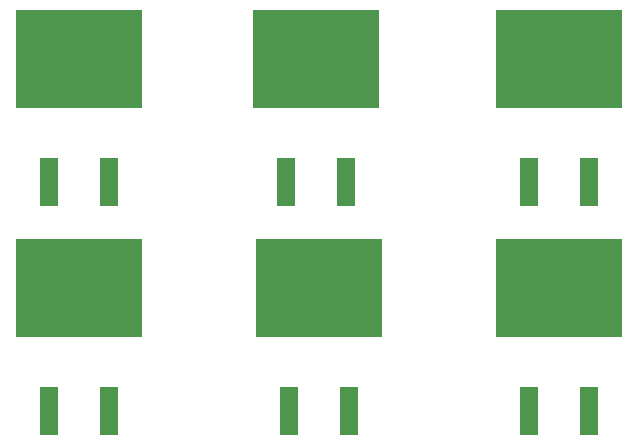
<source format=gtp>
G04*
G04 #@! TF.GenerationSoftware,Altium Limited,Altium Designer,20.1.11 (218)*
G04*
G04 Layer_Color=8421504*
%FSLAX25Y25*%
%MOIN*%
G70*
G04*
G04 #@! TF.SameCoordinates,0A123B17-7C5E-4AB7-81A3-E10484C352A0*
G04*
G04*
G04 #@! TF.FilePolarity,Positive*
G04*
G01*
G75*
%ADD13R,0.05906X0.16339*%
%ADD14R,0.42323X0.32677*%
D13*
X235197Y54252D02*
D03*
X255197D02*
D03*
X75197D02*
D03*
X95197D02*
D03*
X154197Y130591D02*
D03*
X174197D02*
D03*
X235197D02*
D03*
X255197D02*
D03*
X75197D02*
D03*
X95197D02*
D03*
X155197Y54252D02*
D03*
X175197D02*
D03*
D14*
X245197Y95197D02*
D03*
X85197D02*
D03*
X164197Y171535D02*
D03*
X245197D02*
D03*
X85197D02*
D03*
X165197Y95197D02*
D03*
M02*

</source>
